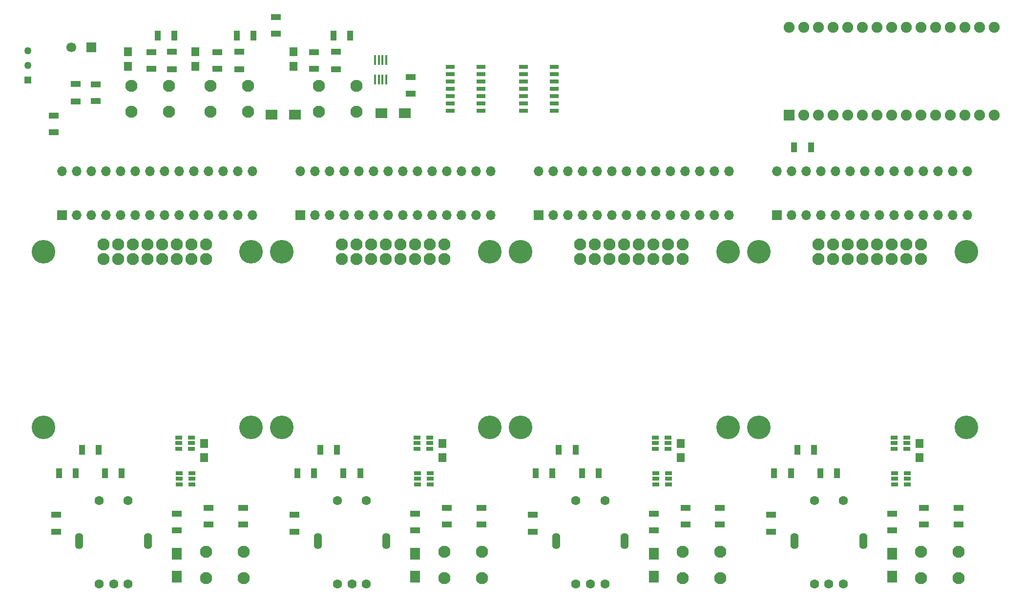
<source format=gbr>
%TF.GenerationSoftware,KiCad,Pcbnew,5.1.6*%
%TF.CreationDate,2020-07-25T00:00:04-05:00*%
%TF.ProjectId,pulsemixer_pcb,70756c73-656d-4697-9865-725f7063622e,rev?*%
%TF.SameCoordinates,Original*%
%TF.FileFunction,Soldermask,Top*%
%TF.FilePolarity,Negative*%
%FSLAX46Y46*%
G04 Gerber Fmt 4.6, Leading zero omitted, Abs format (unit mm)*
G04 Created by KiCad (PCBNEW 5.1.6) date 2020-07-25 00:00:04*
%MOMM*%
%LPD*%
G01*
G04 APERTURE LIST*
%ADD10C,2.100000*%
%ADD11C,4.100000*%
%ADD12C,1.598600*%
%ADD13O,1.400000X2.800000*%
%ADD14R,1.700000X1.700000*%
%ADD15O,1.700000X1.700000*%
%ADD16R,1.800000X2.100000*%
%ADD17R,1.600000X0.700000*%
%ADD18R,1.350000X1.600000*%
%ADD19R,1.900000X1.900000*%
%ADD20C,1.900000*%
%ADD21R,2.100000X1.800000*%
%ADD22C,1.260000*%
%ADD23R,1.260000X1.260000*%
%ADD24R,1.700000X1.100000*%
%ADD25R,0.400000X1.700000*%
%ADD26R,1.160000X0.750000*%
%ADD27C,1.700000*%
%ADD28R,1.000000X1.800000*%
%ADD29R,1.800000X1.000000*%
G04 APERTURE END LIST*
D10*
%TO.C,DS201*%
X97356000Y-75602000D03*
X97356000Y-78142000D03*
X94816000Y-75602000D03*
X94816000Y-78142000D03*
X89736000Y-75602000D03*
X89736000Y-78142000D03*
X92276000Y-75602000D03*
X92276000Y-78142000D03*
X87196000Y-75602000D03*
X87196000Y-78142000D03*
X84656000Y-75602000D03*
X84656000Y-78142000D03*
X82116000Y-78142000D03*
X82116000Y-75602000D03*
X79576000Y-78142000D03*
X79576000Y-75602000D03*
D11*
X105196000Y-107372000D03*
X69196000Y-107372000D03*
X105196000Y-76872000D03*
X69196000Y-76872000D03*
%TD*%
D10*
%TO.C,DS401*%
X180028000Y-75602000D03*
X180028000Y-78142000D03*
X177488000Y-75602000D03*
X177488000Y-78142000D03*
X172408000Y-75602000D03*
X172408000Y-78142000D03*
X174948000Y-75602000D03*
X174948000Y-78142000D03*
X169868000Y-75602000D03*
X169868000Y-78142000D03*
X167328000Y-75602000D03*
X167328000Y-78142000D03*
X164788000Y-78142000D03*
X164788000Y-75602000D03*
X162248000Y-78142000D03*
X162248000Y-75602000D03*
D11*
X187868000Y-107372000D03*
X151868000Y-107372000D03*
X187868000Y-76872000D03*
X151868000Y-76872000D03*
%TD*%
D10*
%TO.C,DS501*%
X221364000Y-75602000D03*
X221364000Y-78142000D03*
X218824000Y-75602000D03*
X218824000Y-78142000D03*
X213744000Y-75602000D03*
X213744000Y-78142000D03*
X216284000Y-75602000D03*
X216284000Y-78142000D03*
X211204000Y-75602000D03*
X211204000Y-78142000D03*
X208664000Y-75602000D03*
X208664000Y-78142000D03*
X206124000Y-78142000D03*
X206124000Y-75602000D03*
X203584000Y-78142000D03*
X203584000Y-75602000D03*
D11*
X229204000Y-107372000D03*
X193204000Y-107372000D03*
X229204000Y-76872000D03*
X193204000Y-76872000D03*
%TD*%
D10*
%TO.C,DS301*%
X138692000Y-75602000D03*
X138692000Y-78142000D03*
X136152000Y-75602000D03*
X136152000Y-78142000D03*
X131072000Y-75602000D03*
X131072000Y-78142000D03*
X133612000Y-75602000D03*
X133612000Y-78142000D03*
X128532000Y-75602000D03*
X128532000Y-78142000D03*
X125992000Y-75602000D03*
X125992000Y-78142000D03*
X123452000Y-78142000D03*
X123452000Y-75602000D03*
X120912000Y-78142000D03*
X120912000Y-75602000D03*
D11*
X146532000Y-107372000D03*
X110532000Y-107372000D03*
X146532000Y-76872000D03*
X110532000Y-76872000D03*
%TD*%
D12*
%TO.C,SW201*%
X78833000Y-120031000D03*
X83833000Y-120031000D03*
X78833000Y-134531000D03*
X81333000Y-134531000D03*
X83833000Y-134531000D03*
D13*
X75383000Y-127031000D03*
X87283000Y-127031000D03*
%TD*%
D12*
%TO.C,SW301*%
X120169000Y-120031000D03*
X125169000Y-120031000D03*
X120169000Y-134531000D03*
X122669000Y-134531000D03*
X125169000Y-134531000D03*
D13*
X116719000Y-127031000D03*
X128619000Y-127031000D03*
%TD*%
D12*
%TO.C,SW401*%
X161505000Y-120031000D03*
X166505000Y-120031000D03*
X161505000Y-134531000D03*
X164005000Y-134531000D03*
X166505000Y-134531000D03*
D13*
X158055000Y-127031000D03*
X169955000Y-127031000D03*
%TD*%
D12*
%TO.C,SW501*%
X202841000Y-120031000D03*
X207841000Y-120031000D03*
X202841000Y-134531000D03*
X205341000Y-134531000D03*
X207841000Y-134531000D03*
D13*
X199391000Y-127031000D03*
X211291000Y-127031000D03*
%TD*%
D14*
%TO.C,U201*%
X72356000Y-70472000D03*
D15*
X105376000Y-62852000D03*
X74896000Y-70472000D03*
X102836000Y-62852000D03*
X77436000Y-70472000D03*
X100296000Y-62852000D03*
X79976000Y-70472000D03*
X97756000Y-62852000D03*
X82516000Y-70472000D03*
X95216000Y-62852000D03*
X85056000Y-70472000D03*
X92676000Y-62852000D03*
X87596000Y-70472000D03*
X90136000Y-62852000D03*
X90136000Y-70472000D03*
X87596000Y-62852000D03*
X92676000Y-70472000D03*
X85056000Y-62852000D03*
X95216000Y-70472000D03*
X82516000Y-62852000D03*
X97756000Y-70472000D03*
X79976000Y-62852000D03*
X100296000Y-70472000D03*
X77436000Y-62852000D03*
X102836000Y-70472000D03*
X74896000Y-62852000D03*
X105376000Y-70472000D03*
X72356000Y-62852000D03*
%TD*%
D16*
%TO.C,D201*%
X92306000Y-133272000D03*
X92306000Y-129272000D03*
%TD*%
D10*
%TO.C,SW202*%
X97356000Y-133472000D03*
X97356000Y-128972000D03*
X103856000Y-133472000D03*
X103856000Y-128972000D03*
%TD*%
D14*
%TO.C,U401*%
X155028000Y-70472000D03*
D15*
X188048000Y-62852000D03*
X157568000Y-70472000D03*
X185508000Y-62852000D03*
X160108000Y-70472000D03*
X182968000Y-62852000D03*
X162648000Y-70472000D03*
X180428000Y-62852000D03*
X165188000Y-70472000D03*
X177888000Y-62852000D03*
X167728000Y-70472000D03*
X175348000Y-62852000D03*
X170268000Y-70472000D03*
X172808000Y-62852000D03*
X172808000Y-70472000D03*
X170268000Y-62852000D03*
X175348000Y-70472000D03*
X167728000Y-62852000D03*
X177888000Y-70472000D03*
X165188000Y-62852000D03*
X180428000Y-70472000D03*
X162648000Y-62852000D03*
X182968000Y-70472000D03*
X160108000Y-62852000D03*
X185508000Y-70472000D03*
X157568000Y-62852000D03*
X188048000Y-70472000D03*
X155028000Y-62852000D03*
%TD*%
D17*
%TO.C,U102*%
X152370000Y-44770000D03*
X152370000Y-46040000D03*
X152370000Y-47310000D03*
X152370000Y-48580000D03*
X152370000Y-49850000D03*
X152370000Y-51120000D03*
X152370000Y-52390000D03*
X157770000Y-52390000D03*
X157770000Y-51120000D03*
X157770000Y-49850000D03*
X157770000Y-48580000D03*
X157770000Y-47310000D03*
X157770000Y-46040000D03*
X157770000Y-44770000D03*
%TD*%
%TO.C,U101*%
X139670000Y-44770000D03*
X139670000Y-46040000D03*
X139670000Y-47310000D03*
X139670000Y-48580000D03*
X139670000Y-49850000D03*
X139670000Y-51120000D03*
X139670000Y-52390000D03*
X145070000Y-52390000D03*
X145070000Y-51120000D03*
X145070000Y-49850000D03*
X145070000Y-48580000D03*
X145070000Y-47310000D03*
X145070000Y-46040000D03*
X145070000Y-44770000D03*
%TD*%
D18*
%TO.C,C505*%
X221035949Y-112598184D03*
X221035949Y-110098184D03*
%TD*%
%TO.C,C405*%
X179699949Y-112598184D03*
X179699949Y-110098184D03*
%TD*%
%TO.C,C305*%
X138363949Y-112598184D03*
X138363949Y-110098184D03*
%TD*%
%TO.C,C205*%
X97027949Y-112598184D03*
X97027949Y-110098184D03*
%TD*%
D19*
%TO.C,A101*%
X198504000Y-53152000D03*
D20*
X201044000Y-53152000D03*
X203584000Y-53152000D03*
X206124000Y-53152000D03*
X208664000Y-53152000D03*
X211204000Y-53152000D03*
X213744000Y-53152000D03*
X216284000Y-53152000D03*
X218824000Y-53152000D03*
X221364000Y-53152000D03*
X223904000Y-53152000D03*
X226444000Y-53152000D03*
X228984000Y-53152000D03*
X231524000Y-53152000D03*
X234064000Y-53152000D03*
X234064000Y-37912000D03*
X231524000Y-37912000D03*
X228984000Y-37912000D03*
X226444000Y-37912000D03*
X223904000Y-37912000D03*
X221364000Y-37912000D03*
X218824000Y-37912000D03*
X216284000Y-37912000D03*
X213744000Y-37912000D03*
X211204000Y-37912000D03*
X208664000Y-37912000D03*
X206124000Y-37912000D03*
X203584000Y-37912000D03*
X201044000Y-37912000D03*
X198504000Y-37912000D03*
%TD*%
D21*
%TO.C,D109*%
X127794000Y-52832000D03*
X131794000Y-52832000D03*
%TD*%
D16*
%TO.C,D401*%
X174978000Y-133272000D03*
X174978000Y-129272000D03*
%TD*%
%TO.C,D501*%
X216314000Y-133272000D03*
X216314000Y-129272000D03*
%TD*%
D10*
%TO.C,SW103*%
X116970000Y-52572000D03*
X116970000Y-48072000D03*
X123470000Y-52572000D03*
X123470000Y-48072000D03*
%TD*%
%TO.C,SW402*%
X180028000Y-133472000D03*
X180028000Y-128972000D03*
X186528000Y-133472000D03*
X186528000Y-128972000D03*
%TD*%
%TO.C,SW502*%
X221364000Y-133472000D03*
X221364000Y-128972000D03*
X227864000Y-133472000D03*
X227864000Y-128972000D03*
%TD*%
D14*
%TO.C,U501*%
X196364000Y-70472000D03*
D15*
X229384000Y-62852000D03*
X198904000Y-70472000D03*
X226844000Y-62852000D03*
X201444000Y-70472000D03*
X224304000Y-62852000D03*
X203984000Y-70472000D03*
X221764000Y-62852000D03*
X206524000Y-70472000D03*
X219224000Y-62852000D03*
X209064000Y-70472000D03*
X216684000Y-62852000D03*
X211604000Y-70472000D03*
X214144000Y-62852000D03*
X214144000Y-70472000D03*
X211604000Y-62852000D03*
X216684000Y-70472000D03*
X209064000Y-62852000D03*
X219224000Y-70472000D03*
X206524000Y-62852000D03*
X221764000Y-70472000D03*
X203984000Y-62852000D03*
X224304000Y-70472000D03*
X201444000Y-62852000D03*
X226844000Y-70472000D03*
X198904000Y-62852000D03*
X229384000Y-70472000D03*
X196364000Y-62852000D03*
%TD*%
D22*
%TO.C,RV101*%
X66500000Y-41976000D03*
X66500000Y-44516000D03*
D23*
X66500000Y-47056000D03*
%TD*%
D16*
%TO.C,D301*%
X133642000Y-129272000D03*
X133642000Y-133272000D03*
%TD*%
D10*
%TO.C,SW302*%
X145192000Y-128972000D03*
X145192000Y-133472000D03*
X138692000Y-128972000D03*
X138692000Y-133472000D03*
%TD*%
D15*
%TO.C,U301*%
X113692000Y-62852000D03*
X146712000Y-70472000D03*
X116232000Y-62852000D03*
X144172000Y-70472000D03*
X118772000Y-62852000D03*
X141632000Y-70472000D03*
X121312000Y-62852000D03*
X139092000Y-70472000D03*
X123852000Y-62852000D03*
X136552000Y-70472000D03*
X126392000Y-62852000D03*
X134012000Y-70472000D03*
X128932000Y-62852000D03*
X131472000Y-70472000D03*
X131472000Y-62852000D03*
X128932000Y-70472000D03*
X134012000Y-62852000D03*
X126392000Y-70472000D03*
X136552000Y-62852000D03*
X123852000Y-70472000D03*
X139092000Y-62852000D03*
X121312000Y-70472000D03*
X141632000Y-62852000D03*
X118772000Y-70472000D03*
X144172000Y-62852000D03*
X116232000Y-70472000D03*
X146712000Y-62852000D03*
D14*
X113692000Y-70472000D03*
%TD*%
D18*
%TO.C,C104*%
X95504000Y-42184000D03*
X95504000Y-44684000D03*
%TD*%
%TO.C,C105*%
X83820000Y-44684000D03*
X83820000Y-42184000D03*
%TD*%
%TO.C,C106*%
X112522000Y-42184000D03*
X112522000Y-44684000D03*
%TD*%
D24*
%TO.C,D101*%
X103124000Y-42188000D03*
X103124000Y-45188000D03*
%TD*%
%TO.C,D102*%
X91440000Y-45188000D03*
X91440000Y-42188000D03*
%TD*%
%TO.C,D103*%
X119888000Y-45188000D03*
X119888000Y-42188000D03*
%TD*%
D10*
%TO.C,SW101*%
X104674000Y-48072000D03*
X104674000Y-52572000D03*
X98174000Y-48072000D03*
X98174000Y-52572000D03*
%TD*%
%TO.C,SW102*%
X84458000Y-52572000D03*
X84458000Y-48072000D03*
X90958000Y-52572000D03*
X90958000Y-48072000D03*
%TD*%
D25*
%TO.C,U103*%
X126663000Y-43578000D03*
X127313000Y-43578000D03*
X127963000Y-43578000D03*
X128613000Y-43578000D03*
X128613000Y-46978000D03*
X127963000Y-46978000D03*
X127313000Y-46978000D03*
X126663000Y-46978000D03*
%TD*%
D26*
%TO.C,D202*%
X92706000Y-116272000D03*
X92706000Y-117222000D03*
X92706000Y-115322000D03*
X94906000Y-115322000D03*
X94906000Y-116272000D03*
X94906000Y-117222000D03*
%TD*%
%TO.C,D302*%
X136242000Y-117222000D03*
X136242000Y-116272000D03*
X136242000Y-115322000D03*
X134042000Y-115322000D03*
X134042000Y-117222000D03*
X134042000Y-116272000D03*
%TD*%
%TO.C,D402*%
X175378000Y-116272000D03*
X175378000Y-117222000D03*
X175378000Y-115322000D03*
X177578000Y-115322000D03*
X177578000Y-116272000D03*
X177578000Y-117222000D03*
%TD*%
%TO.C,D502*%
X218914000Y-117222000D03*
X218914000Y-116272000D03*
X218914000Y-115322000D03*
X216714000Y-115322000D03*
X216714000Y-117222000D03*
X216714000Y-116272000D03*
%TD*%
%TO.C,U202*%
X94825949Y-110078184D03*
X94825949Y-109128184D03*
X94825949Y-111028184D03*
X92625949Y-111028184D03*
X92625949Y-110078184D03*
X92625949Y-109128184D03*
%TD*%
%TO.C,U302*%
X133961949Y-109128184D03*
X133961949Y-110078184D03*
X133961949Y-111028184D03*
X136161949Y-111028184D03*
X136161949Y-109128184D03*
X136161949Y-110078184D03*
%TD*%
%TO.C,U402*%
X177497949Y-110078184D03*
X177497949Y-109128184D03*
X177497949Y-111028184D03*
X175297949Y-111028184D03*
X175297949Y-110078184D03*
X175297949Y-109128184D03*
%TD*%
%TO.C,U502*%
X216633949Y-109128184D03*
X216633949Y-110078184D03*
X216633949Y-111028184D03*
X218833949Y-111028184D03*
X218833949Y-109128184D03*
X218833949Y-110078184D03*
%TD*%
D24*
%TO.C,D104*%
X74733000Y-47776000D03*
X74733000Y-50776000D03*
%TD*%
D27*
%TO.C,C101*%
X73970000Y-41402000D03*
D14*
X77470000Y-41402000D03*
%TD*%
D28*
%TO.C,R101*%
X202240000Y-58740000D03*
X199340000Y-58740000D03*
%TD*%
D29*
%TO.C,R102*%
X70996000Y-56126000D03*
X70996000Y-53226000D03*
%TD*%
%TO.C,R103*%
X99314000Y-45138000D03*
X99314000Y-42238000D03*
%TD*%
D28*
%TO.C,R104*%
X119454000Y-39370000D03*
X122354000Y-39370000D03*
%TD*%
D29*
%TO.C,R105*%
X116078000Y-42238000D03*
X116078000Y-45138000D03*
%TD*%
%TO.C,R106*%
X132842000Y-46556000D03*
X132842000Y-49456000D03*
%TD*%
%TO.C,R107*%
X87884000Y-42238000D03*
X87884000Y-45138000D03*
%TD*%
D28*
%TO.C,R108*%
X102690000Y-39370000D03*
X105590000Y-39370000D03*
%TD*%
%TO.C,R109*%
X91874000Y-39370000D03*
X88974000Y-39370000D03*
%TD*%
D29*
%TO.C,R110*%
X78232000Y-47826000D03*
X78232000Y-50726000D03*
%TD*%
%TO.C,R201*%
X71356000Y-125422000D03*
X71356000Y-122522000D03*
%TD*%
%TO.C,R202*%
X92306000Y-125222000D03*
X92306000Y-122322000D03*
%TD*%
%TO.C,R203*%
X103806000Y-124222000D03*
X103806000Y-121322000D03*
%TD*%
D28*
%TO.C,R204*%
X75856000Y-111272000D03*
X78756000Y-111272000D03*
%TD*%
%TO.C,R205*%
X74756000Y-115272000D03*
X71856000Y-115272000D03*
%TD*%
D29*
%TO.C,R206*%
X97806000Y-121322000D03*
X97806000Y-124222000D03*
%TD*%
D28*
%TO.C,R207*%
X82756000Y-115272000D03*
X79856000Y-115272000D03*
%TD*%
D29*
%TO.C,R301*%
X112692000Y-125422000D03*
X112692000Y-122522000D03*
%TD*%
%TO.C,R302*%
X133642000Y-125222000D03*
X133642000Y-122322000D03*
%TD*%
%TO.C,R303*%
X145142000Y-124222000D03*
X145142000Y-121322000D03*
%TD*%
D28*
%TO.C,R304*%
X117192000Y-111272000D03*
X120092000Y-111272000D03*
%TD*%
%TO.C,R305*%
X113192000Y-115272000D03*
X116092000Y-115272000D03*
%TD*%
D29*
%TO.C,R306*%
X139142000Y-124222000D03*
X139142000Y-121322000D03*
%TD*%
D28*
%TO.C,R307*%
X124092000Y-115272000D03*
X121192000Y-115272000D03*
%TD*%
D29*
%TO.C,R401*%
X154028000Y-125422000D03*
X154028000Y-122522000D03*
%TD*%
%TO.C,R402*%
X174978000Y-122322000D03*
X174978000Y-125222000D03*
%TD*%
%TO.C,R403*%
X186478000Y-124222000D03*
X186478000Y-121322000D03*
%TD*%
D28*
%TO.C,R404*%
X158528000Y-111272000D03*
X161428000Y-111272000D03*
%TD*%
%TO.C,R405*%
X157428000Y-115272000D03*
X154528000Y-115272000D03*
%TD*%
D29*
%TO.C,R406*%
X180478000Y-124222000D03*
X180478000Y-121322000D03*
%TD*%
D28*
%TO.C,R407*%
X165428000Y-115272000D03*
X162528000Y-115272000D03*
%TD*%
D29*
%TO.C,R501*%
X195364000Y-122522000D03*
X195364000Y-125422000D03*
%TD*%
%TO.C,R502*%
X216314000Y-125222000D03*
X216314000Y-122322000D03*
%TD*%
%TO.C,R503*%
X227814000Y-121322000D03*
X227814000Y-124222000D03*
%TD*%
D28*
%TO.C,R504*%
X199864000Y-111272000D03*
X202764000Y-111272000D03*
%TD*%
%TO.C,R505*%
X198764000Y-115272000D03*
X195864000Y-115272000D03*
%TD*%
D29*
%TO.C,R506*%
X221814000Y-124222000D03*
X221814000Y-121322000D03*
%TD*%
D28*
%TO.C,R507*%
X206764000Y-115272000D03*
X203864000Y-115272000D03*
%TD*%
D21*
%TO.C,D105*%
X112744000Y-53086000D03*
X108744000Y-53086000D03*
%TD*%
D29*
%TO.C,R111*%
X109474000Y-36142000D03*
X109474000Y-39042000D03*
%TD*%
M02*

</source>
